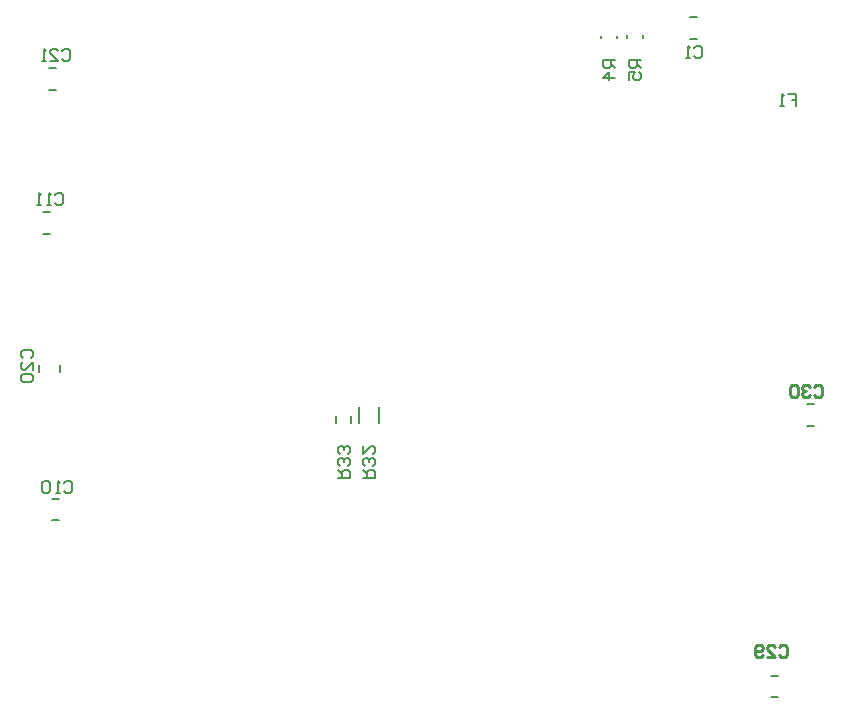
<source format=gbo>
G04*
G04 #@! TF.GenerationSoftware,Altium Limited,Altium Designer,20.1.14 (287)*
G04*
G04 Layer_Color=32896*
%FSLAX25Y25*%
%MOIN*%
G70*
G04*
G04 #@! TF.SameCoordinates,4B9CFB74-A459-40F6-BE70-09C03D0B2D60*
G04*
G04*
G04 #@! TF.FilePolarity,Positive*
G04*
G01*
G75*
%ADD14C,0.00500*%
%ADD17C,0.00800*%
%ADD19C,0.01000*%
D14*
X322201Y243957D02*
X324484D01*
X322201Y251043D02*
X324484D01*
X310201Y153457D02*
X312484D01*
X310201Y160543D02*
X312484D01*
X267520Y373189D02*
Y374134D01*
X262165Y373189D02*
Y374134D01*
X259020Y373028D02*
Y373972D01*
X253665Y373028D02*
Y373972D01*
X70701Y212457D02*
X72984D01*
X70701Y219543D02*
X72984D01*
X66299Y261858D02*
Y264142D01*
X73386Y261858D02*
Y264142D01*
X69701Y355957D02*
X71984D01*
X69701Y363043D02*
X71984D01*
X67701Y307957D02*
X69984D01*
X67701Y315043D02*
X69984D01*
X165382Y244934D02*
Y247139D01*
X170303Y244934D02*
Y247139D01*
X179689Y244862D02*
Y250138D01*
X172996Y244862D02*
Y250138D01*
X283201Y372957D02*
X285484D01*
X283201Y380043D02*
X285484D01*
D17*
X165843Y226668D02*
X169842D01*
Y228668D01*
X169175Y229334D01*
X167842D01*
X167176Y228668D01*
Y226668D01*
Y228001D02*
X165843Y229334D01*
X169175Y230667D02*
X169842Y231333D01*
Y232666D01*
X169175Y233333D01*
X168509D01*
X167842Y232666D01*
Y232000D01*
Y232666D01*
X167176Y233333D01*
X166510D01*
X165843Y232666D01*
Y231333D01*
X166510Y230667D01*
X169175Y234666D02*
X169842Y235332D01*
Y236665D01*
X169175Y237332D01*
X168509D01*
X167842Y236665D01*
Y235999D01*
Y236665D01*
X167176Y237332D01*
X166510D01*
X165843Y236665D01*
Y235332D01*
X166510Y234666D01*
X174343Y226668D02*
X178342D01*
Y228668D01*
X177675Y229334D01*
X176342D01*
X175676Y228668D01*
Y226668D01*
Y228001D02*
X174343Y229334D01*
X177675Y230667D02*
X178342Y231334D01*
Y232666D01*
X177675Y233333D01*
X177009D01*
X176342Y232666D01*
Y232000D01*
Y232666D01*
X175676Y233333D01*
X175010D01*
X174343Y232666D01*
Y231334D01*
X175010Y230667D01*
X174343Y237332D02*
Y234666D01*
X177009Y237332D01*
X177675D01*
X178342Y236665D01*
Y235332D01*
X177675Y234666D01*
X266842Y365832D02*
X262843D01*
Y363833D01*
X263510Y363166D01*
X264843D01*
X265509Y363833D01*
Y365832D01*
Y364499D02*
X266842Y363166D01*
X262843Y359168D02*
Y361834D01*
X264843D01*
X264176Y360501D01*
Y359834D01*
X264843Y359168D01*
X266175D01*
X266842Y359834D01*
Y361167D01*
X266175Y361834D01*
X258342Y365832D02*
X254343D01*
Y363833D01*
X255010Y363166D01*
X256343D01*
X257009Y363833D01*
Y365832D01*
Y364499D02*
X258342Y363166D01*
Y359834D02*
X254343D01*
X256343Y361834D01*
Y359168D01*
X315843Y354499D02*
X318508D01*
Y352500D01*
X317175D01*
X318508D01*
Y350501D01*
X314510D02*
X313177D01*
X313843D01*
Y354499D01*
X314510Y353833D01*
X73842Y368833D02*
X74508Y369499D01*
X75841D01*
X76508Y368833D01*
Y366167D01*
X75841Y365501D01*
X74508D01*
X73842Y366167D01*
X69843Y365501D02*
X72509D01*
X69843Y368166D01*
Y368833D01*
X70510Y369499D01*
X71842D01*
X72509Y368833D01*
X68510Y365501D02*
X67177D01*
X67844D01*
Y369499D01*
X68510Y368833D01*
X61010Y266666D02*
X60343Y267332D01*
Y268665D01*
X61010Y269332D01*
X63675D01*
X64342Y268665D01*
Y267332D01*
X63675Y266666D01*
X64342Y262667D02*
Y265333D01*
X61676Y262667D01*
X61010D01*
X60343Y263334D01*
Y264667D01*
X61010Y265333D01*
Y261334D02*
X60343Y260668D01*
Y259335D01*
X61010Y258668D01*
X63675D01*
X64342Y259335D01*
Y260668D01*
X63675Y261334D01*
X61010D01*
X71509Y320833D02*
X72175Y321499D01*
X73508D01*
X74174Y320833D01*
Y318167D01*
X73508Y317501D01*
X72175D01*
X71509Y318167D01*
X70176Y317501D02*
X68843D01*
X69509D01*
Y321499D01*
X70176Y320833D01*
X66843Y317501D02*
X65511D01*
X66177D01*
Y321499D01*
X66843Y320833D01*
X74675Y224833D02*
X75341Y225499D01*
X76674D01*
X77341Y224833D01*
Y222167D01*
X76674Y221501D01*
X75341D01*
X74675Y222167D01*
X73342Y221501D02*
X72009D01*
X72676D01*
Y225499D01*
X73342Y224833D01*
X70010D02*
X69344Y225499D01*
X68011D01*
X67344Y224833D01*
Y222167D01*
X68011Y221501D01*
X69344D01*
X70010Y222167D01*
Y224833D01*
X284492Y369833D02*
X285159Y370499D01*
X286491D01*
X287158Y369833D01*
Y367167D01*
X286491Y366501D01*
X285159D01*
X284492Y367167D01*
X283159Y366501D02*
X281826D01*
X282493D01*
Y370499D01*
X283159Y369833D01*
D19*
X324508Y256833D02*
X325175Y257499D01*
X326508D01*
X327174Y256833D01*
Y254167D01*
X326508Y253501D01*
X325175D01*
X324508Y254167D01*
X323175Y256833D02*
X322509Y257499D01*
X321176D01*
X320510Y256833D01*
Y256166D01*
X321176Y255500D01*
X321843D01*
X321176D01*
X320510Y254834D01*
Y254167D01*
X321176Y253501D01*
X322509D01*
X323175Y254167D01*
X319177Y256833D02*
X318510Y257499D01*
X317177D01*
X316511Y256833D01*
Y254167D01*
X317177Y253501D01*
X318510D01*
X319177Y254167D01*
Y256833D01*
X313008Y170333D02*
X313675Y170999D01*
X315008D01*
X315674Y170333D01*
Y167667D01*
X315008Y167001D01*
X313675D01*
X313008Y167667D01*
X309010Y167001D02*
X311675D01*
X309010Y169667D01*
Y170333D01*
X309676Y170999D01*
X311009D01*
X311675Y170333D01*
X307677Y167667D02*
X307010Y167001D01*
X305677D01*
X305011Y167667D01*
Y170333D01*
X305677Y170999D01*
X307010D01*
X307677Y170333D01*
Y169667D01*
X307010Y169000D01*
X305011D01*
M02*

</source>
